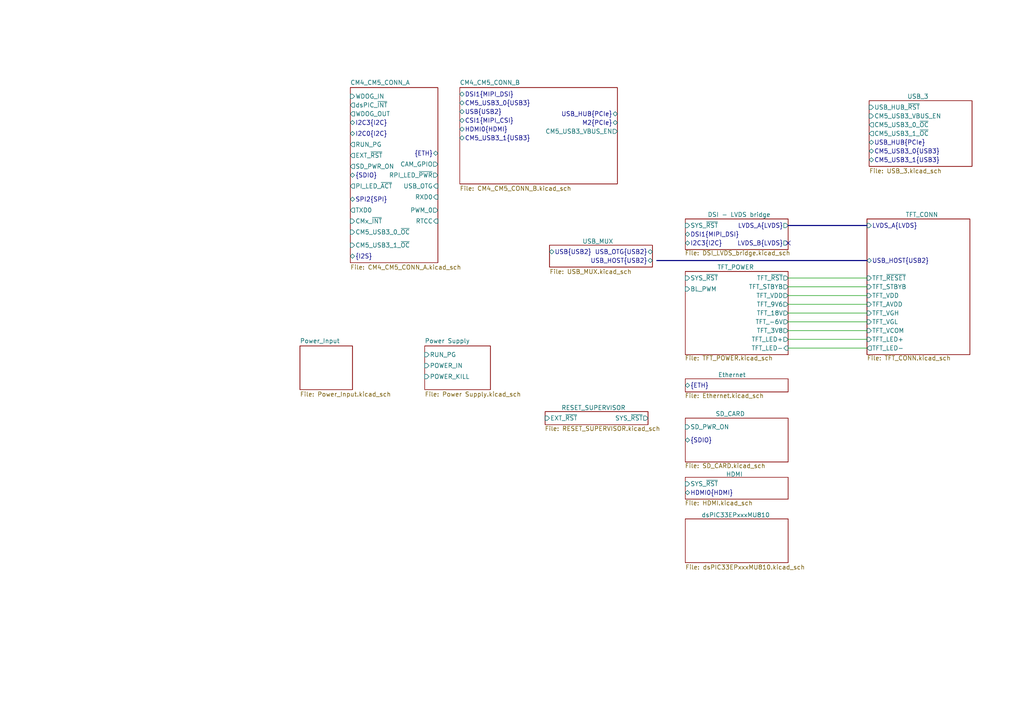
<source format=kicad_sch>
(kicad_sch
	(version 20250114)
	(generator "eeschema")
	(generator_version "9.0")
	(uuid "7dcdf741-90ca-4333-848c-806f4d64158e")
	(paper "A4")
	(title_block
		(title "RPI CMx Carrier")
		(date "2025-12-07")
		(rev "2.00-0A")
		(comment 1 "Jean-Francois Bilodeau")
		(comment 2 "P.Eng #6022173")
		(comment 3 "203-1690 Rue des quatre-saisons")
		(comment 4 "Sherbrooke, Canada, J1E0N2")
		(comment 5 "KiCad Rev 9.0")
		(comment 6 "TBD")
		(comment 7 "TBD")
		(comment 8 "WIP")
	)
	(lib_symbols)
	(no_connect
		(at 228.6 70.485)
		(uuid "310f97d6-1225-4405-b8de-1174b78248b9")
	)
	(wire
		(pts
			(xy 228.6 83.185) (xy 251.46 83.185)
		)
		(stroke
			(width 0)
			(type default)
		)
		(uuid "1619125d-c261-45ca-94aa-a19a548a8fe7")
	)
	(bus
		(pts
			(xy 190.5 75.565) (xy 251.46 75.565)
		)
		(stroke
			(width 0)
			(type default)
		)
		(uuid "204fa21b-0320-424a-a1ab-ae469f152c96")
	)
	(wire
		(pts
			(xy 228.6 90.805) (xy 251.46 90.805)
		)
		(stroke
			(width 0)
			(type default)
		)
		(uuid "4ec49eb0-1a99-46e9-8810-dbc8efada09b")
	)
	(wire
		(pts
			(xy 228.6 88.265) (xy 251.46 88.265)
		)
		(stroke
			(width 0)
			(type default)
		)
		(uuid "6318e37a-02cb-4282-a4de-e0935dcf7410")
	)
	(bus
		(pts
			(xy 228.6 65.405) (xy 251.46 65.405)
		)
		(stroke
			(width 0)
			(type default)
		)
		(uuid "711ae7a5-55a2-43d9-8719-43fcb43a38bd")
	)
	(wire
		(pts
			(xy 228.6 100.965) (xy 251.46 100.965)
		)
		(stroke
			(width 0)
			(type default)
		)
		(uuid "76f49ef7-cba9-4b8e-9d8b-89550771d4ce")
	)
	(wire
		(pts
			(xy 228.6 98.425) (xy 251.46 98.425)
		)
		(stroke
			(width 0)
			(type default)
		)
		(uuid "915d51ad-3755-4c35-b219-d8c5bdc2d5bd")
	)
	(wire
		(pts
			(xy 228.6 93.345) (xy 251.46 93.345)
		)
		(stroke
			(width 0)
			(type default)
		)
		(uuid "a76bcbe2-88c9-4ac5-870e-ce6652936dad")
	)
	(wire
		(pts
			(xy 228.6 80.645) (xy 251.46 80.645)
		)
		(stroke
			(width 0)
			(type default)
		)
		(uuid "c12c81c2-1679-4031-bcac-9f5d42c68603")
	)
	(wire
		(pts
			(xy 228.6 95.885) (xy 251.46 95.885)
		)
		(stroke
			(width 0)
			(type default)
		)
		(uuid "d2dc8e59-34ad-41b2-a135-34d721841757")
	)
	(wire
		(pts
			(xy 228.6 85.725) (xy 251.46 85.725)
		)
		(stroke
			(width 0)
			(type default)
		)
		(uuid "eb2ed755-2279-421e-8faf-836c955c2494")
	)
	(sheet
		(at 252.095 29.21)
		(size 29.845 19.05)
		(exclude_from_sim no)
		(in_bom yes)
		(on_board yes)
		(dnp no)
		(stroke
			(width 0.1524)
			(type solid)
		)
		(fill
			(color 0 0 0 0.0000)
		)
		(uuid "0773b686-9329-480f-afb9-decb2d389d02")
		(property "Sheetname" "USB_3"
			(at 263.144 28.702 0)
			(effects
				(font
					(size 1.27 1.27)
				)
				(justify left bottom)
			)
		)
		(property "Sheetfile" "USB_3.kicad_sch"
			(at 252.095 48.8446 0)
			(effects
				(font
					(size 1.27 1.27)
				)
				(justify left top)
			)
		)
		(pin "USB_HUB_~{RST}" input
			(at 252.095 31.115 180)
			(uuid "389811c3-9b6a-4e1c-b677-3561f95d167c")
			(effects
				(font
					(size 1.27 1.27)
				)
				(justify left)
			)
		)
		(pin "CM5_USB3_0{USB3}" bidirectional
			(at 252.095 43.815 180)
			(uuid "2526f788-dcd1-46e3-8c77-ada1158106a1")
			(effects
				(font
					(size 1.27 1.27)
				)
				(justify left)
			)
		)
		(pin "CM5_USB3_1_~{OC}" output
			(at 252.095 38.735 180)
			(uuid "4121e120-80ba-4b9f-95be-117cba89e71c")
			(effects
				(font
					(size 1.27 1.27)
				)
				(justify left)
			)
		)
		(pin "CM5_USB3_0_~{OC}" output
			(at 252.095 36.195 180)
			(uuid "abea7cc2-8130-4a7f-8cc7-05f3d981f6a5")
			(effects
				(font
					(size 1.27 1.27)
				)
				(justify left)
			)
		)
		(pin "CM5_USB3_VBUS_EN" input
			(at 252.095 33.655 180)
			(uuid "cb77207c-79b2-42d6-9b6b-c93c5b68c275")
			(effects
				(font
					(size 1.27 1.27)
				)
				(justify left)
			)
		)
		(pin "CM5_USB3_1{USB3}" bidirectional
			(at 252.095 46.355 180)
			(uuid "8c54bb5e-7946-4b28-ab16-f51d9fb6f526")
			(effects
				(font
					(size 1.27 1.27)
				)
				(justify left)
			)
		)
		(pin "USB_HUB{PCIe}" bidirectional
			(at 252.095 41.275 180)
			(uuid "a89a65b5-3463-48b8-a67a-c564e90f2aa5")
			(effects
				(font
					(size 1.27 1.27)
				)
				(justify left)
			)
		)
		(instances
			(project "rpi_cm4_cm5_CarrierBoard"
				(path "/7dcdf741-90ca-4333-848c-806f4d64158e"
					(page "4")
				)
			)
		)
	)
	(sheet
		(at 251.46 63.5)
		(size 29.845 39.37)
		(exclude_from_sim no)
		(in_bom yes)
		(on_board yes)
		(dnp no)
		(stroke
			(width 0.1524)
			(type solid)
		)
		(fill
			(color 0 0 0 0.0000)
		)
		(uuid "13abfb0a-e124-4fcc-bb4d-eb8f0bf663f5")
		(property "Sheetname" "TFT_CONN"
			(at 262.636 62.992 0)
			(effects
				(font
					(size 1.27 1.27)
				)
				(justify left bottom)
			)
		)
		(property "Sheetfile" "TFT_CONN.kicad_sch"
			(at 251.46 103.124 0)
			(effects
				(font
					(size 1.27 1.27)
				)
				(justify left top)
			)
		)
		(pin "TFT_VGH" input
			(at 251.46 90.805 180)
			(uuid "b997e8e5-ca1e-463e-80a9-ffbd70a8412e")
			(effects
				(font
					(size 1.27 1.27)
				)
				(justify left)
			)
		)
		(pin "TFT_AVDD" input
			(at 251.46 88.265 180)
			(uuid "602453be-eda6-402f-bfbf-37650506e94c")
			(effects
				(font
					(size 1.27 1.27)
				)
				(justify left)
			)
		)
		(pin "LVDS_A{LVDS}" input
			(at 251.46 65.405 180)
			(uuid "3c3c4b2c-50d8-4b38-b78b-e727ddcbb343")
			(effects
				(font
					(size 1.27 1.27)
				)
				(justify left)
			)
		)
		(pin "USB_HOST{USB2}" bidirectional
			(at 251.46 75.565 180)
			(uuid "12b71a9c-2082-47ce-b7c9-0b385cf19ad5")
			(effects
				(font
					(size 1.27 1.27)
				)
				(justify left)
			)
		)
		(pin "TFT_VGL" input
			(at 251.46 93.345 180)
			(uuid "37f7b4dd-c5a9-49ed-bc9f-d1ed56074d10")
			(effects
				(font
					(size 1.27 1.27)
				)
				(justify left)
			)
		)
		(pin "TFT_VCOM" input
			(at 251.46 95.885 180)
			(uuid "3a45fb0b-fee3-43e5-828a-7341d25458f6")
			(effects
				(font
					(size 1.27 1.27)
				)
				(justify left)
			)
		)
		(pin "TFT_VDD" input
			(at 251.46 85.725 180)
			(uuid "c41780f3-4231-4dab-8f5a-5e61b4979ace")
			(effects
				(font
					(size 1.27 1.27)
				)
				(justify left)
			)
		)
		(pin "TFT_~{RESET}" input
			(at 251.46 80.645 180)
			(uuid "f2d20e9f-173b-470c-9429-a66795a2883d")
			(effects
				(font
					(size 1.27 1.27)
				)
				(justify left)
			)
		)
		(pin "TFT_STBYB" input
			(at 251.46 83.185 180)
			(uuid "94872180-5525-4951-870c-d3281b26c419")
			(effects
				(font
					(size 1.27 1.27)
				)
				(justify left)
			)
		)
		(pin "TFT_LED-" output
			(at 251.46 100.965 180)
			(uuid "c9a48fb3-9c36-4411-ad1b-bee1be223aa3")
			(effects
				(font
					(size 1.27 1.27)
				)
				(justify left)
			)
		)
		(pin "TFT_LED+" input
			(at 251.46 98.425 180)
			(uuid "932702ad-2f0e-45c1-8823-e0b0304d6b44")
			(effects
				(font
					(size 1.27 1.27)
				)
				(justify left)
			)
		)
		(instances
			(project "rpi_cm4_cm5_CarrierBoard"
				(path "/7dcdf741-90ca-4333-848c-806f4d64158e"
					(page "13")
				)
			)
		)
	)
	(sheet
		(at 133.35 25.4)
		(size 45.72 27.94)
		(exclude_from_sim no)
		(in_bom yes)
		(on_board yes)
		(dnp no)
		(fields_autoplaced yes)
		(stroke
			(width 0.1524)
			(type solid)
		)
		(fill
			(color 0 0 0 0.0000)
		)
		(uuid "315811e7-ba6e-4f84-a73b-3e30fef30e7f")
		(property "Sheetname" "CM4_CM5_CONN_B"
			(at 133.35 24.6884 0)
			(effects
				(font
					(size 1.27 1.27)
				)
				(justify left bottom)
			)
		)
		(property "Sheetfile" "CM4_CM5_CONN_B.kicad_sch"
			(at 133.35 53.9246 0)
			(effects
				(font
					(size 1.27 1.27)
				)
				(justify left top)
			)
		)
		(pin "DSI1{MIPI_DSI}" bidirectional
			(at 133.35 27.305 180)
			(uuid "8776afec-4653-49d0-8596-698b6352259f")
			(effects
				(font
					(size 1.27 1.27)
				)
				(justify left)
			)
		)
		(pin "CM5_USB3_0{USB3}" bidirectional
			(at 133.35 29.845 180)
			(uuid "9b4d33e2-eea6-4e25-8893-a4d62477d581")
			(effects
				(font
					(size 1.27 1.27)
				)
				(justify left)
			)
		)
		(pin "USB{USB2}" bidirectional
			(at 133.35 32.385 180)
			(uuid "bf4a3399-84fa-4e12-80df-ff724d16879d")
			(effects
				(font
					(size 1.27 1.27)
				)
				(justify left)
			)
		)
		(pin "CSI1{MIPI_CSI}" bidirectional
			(at 133.35 34.925 180)
			(uuid "7d9b608f-f92e-47af-a60b-c1eacfe17f70")
			(effects
				(font
					(size 1.27 1.27)
				)
				(justify left)
			)
		)
		(pin "HDMI0{HDMI}" bidirectional
			(at 133.35 37.465 180)
			(uuid "3837ae88-8497-4fb5-b7ac-fb98acc6a669")
			(effects
				(font
					(size 1.27 1.27)
				)
				(justify left)
			)
		)
		(pin "CM5_USB3_1{USB3}" bidirectional
			(at 133.35 40.005 180)
			(uuid "ddfab08b-6fab-49d9-8ff8-55af5eb8d3ee")
			(effects
				(font
					(size 1.27 1.27)
				)
				(justify left)
			)
		)
		(pin "USB_HUB{PCIe}" bidirectional
			(at 179.07 33.02 0)
			(uuid "964bcaee-51f5-4eaf-a188-a41460d2c561")
			(effects
				(font
					(size 1.27 1.27)
				)
				(justify right)
			)
		)
		(pin "CM5_USB3_VBUS_EN" output
			(at 179.07 38.1 0)
			(uuid "76076583-24fe-4560-9e48-6b577f1f6bf5")
			(effects
				(font
					(size 1.27 1.27)
				)
				(justify right)
			)
		)
		(pin "M2{PCIe}" bidirectional
			(at 179.07 35.56 0)
			(uuid "d0252fff-abbe-427b-b462-d4115bbc1ac4")
			(effects
				(font
					(size 1.27 1.27)
				)
				(justify right)
			)
		)
		(instances
			(project "rpi_cm4_cm5_CarrierBoard"
				(path "/7dcdf741-90ca-4333-848c-806f4d64158e"
					(page "10")
				)
			)
		)
	)
	(sheet
		(at 198.755 78.74)
		(size 29.845 24.13)
		(exclude_from_sim no)
		(in_bom yes)
		(on_board yes)
		(dnp no)
		(stroke
			(width 0.1524)
			(type solid)
		)
		(fill
			(color 0 0 0 0.0000)
		)
		(uuid "55ef0c67-4187-4b81-be30-622ed6c47c9b")
		(property "Sheetname" "TFT_POWER"
			(at 208.026 78.232 0)
			(effects
				(font
					(size 1.27 1.27)
				)
				(justify left bottom)
			)
		)
		(property "Sheetfile" "TFT_POWER.kicad_sch"
			(at 198.628 103.124 0)
			(effects
				(font
					(size 1.27 1.27)
				)
				(justify left top)
			)
		)
		(pin "BL_PWM" input
			(at 198.755 83.82 180)
			(uuid "bb1b7174-3719-4f7b-a995-1f580de01b6b")
			(effects
				(font
					(size 1.27 1.27)
				)
				(justify left)
			)
		)
		(pin "TFT_3V8" output
			(at 228.6 95.885 0)
			(uuid "9867e1da-cc58-4374-acae-da132a943762")
			(effects
				(font
					(size 1.27 1.27)
				)
				(justify right)
			)
		)
		(pin "TFT_LED-" input
			(at 228.6 100.965 0)
			(uuid "62879392-a1b4-409c-a9b4-1de2dc3f0d57")
			(effects
				(font
					(size 1.27 1.27)
				)
				(justify right)
			)
		)
		(pin "TFT_LED+" output
			(at 228.6 98.425 0)
			(uuid "1491f2f7-3ad1-4b7d-b3cd-1a5646421437")
			(effects
				(font
					(size 1.27 1.27)
				)
				(justify right)
			)
		)
		(pin "TFT_~{RST}" output
			(at 228.6 80.645 0)
			(uuid "83e7230e-ef7c-41e3-9000-2cd97e0211aa")
			(effects
				(font
					(size 1.27 1.27)
				)
				(justify right)
			)
		)
		(pin "TFT_9V6" output
			(at 228.6 88.265 0)
			(uuid "782002ac-c14c-4b8d-bbee-92cec414b01d")
			(effects
				(font
					(size 1.27 1.27)
				)
				(justify right)
			)
		)
		(pin "TFT_STBYB" output
			(at 228.6 83.185 0)
			(uuid "a882be87-9513-4019-97f3-c74709b09796")
			(effects
				(font
					(size 1.27 1.27)
				)
				(justify right)
			)
		)
		(pin "SYS_~{RST}" input
			(at 198.755 80.645 180)
			(uuid "9ead08cd-a93b-443a-9476-09ceb4cd9e29")
			(effects
				(font
					(size 1.27 1.27)
				)
				(justify left)
			)
		)
		(pin "TFT_-6V" output
			(at 228.6 93.345 0)
			(uuid "0b3b0289-7ef8-4064-bad4-6ad19ef11ec3")
			(effects
				(font
					(size 1.27 1.27)
				)
				(justify right)
			)
		)
		(pin "TFT_18V" output
			(at 228.6 90.805 0)
			(uuid "8115b1b2-f416-4032-ad6c-acf885bc61c4")
			(effects
				(font
					(size 1.27 1.27)
				)
				(justify right)
			)
		)
		(pin "TFT_VDD" output
			(at 228.6 85.725 0)
			(uuid "68627146-b654-4e93-acdd-29e06b7adb6f")
			(effects
				(font
					(size 1.27 1.27)
				)
				(justify right)
			)
		)
		(instances
			(project "rpi_cm4_cm5_CarrierBoard"
				(path "/7dcdf741-90ca-4333-848c-806f4d64158e"
					(page "14")
				)
			)
		)
	)
	(sheet
		(at 159.385 71.12)
		(size 29.845 6.35)
		(exclude_from_sim no)
		(in_bom yes)
		(on_board yes)
		(dnp no)
		(stroke
			(width 0.1524)
			(type solid)
		)
		(fill
			(color 0 0 0 0.0000)
		)
		(uuid "68c27264-913b-431e-a411-550b93528c71")
		(property "Sheetname" "USB_MUX"
			(at 168.91 70.739 0)
			(effects
				(font
					(size 1.27 1.27)
				)
				(justify left bottom)
			)
		)
		(property "Sheetfile" "USB_MUX.kicad_sch"
			(at 159.385 78.0546 0)
			(effects
				(font
					(size 1.27 1.27)
				)
				(justify left top)
			)
		)
		(pin "USB{USB2}" bidirectional
			(at 159.385 73.025 180)
			(uuid "c8de042d-1db0-4e66-a90c-88b25ecb69dd")
			(effects
				(font
					(size 1.27 1.27)
				)
				(justify left)
			)
		)
		(pin "USB_OTG{USB2}" bidirectional
			(at 189.23 73.025 0)
			(uuid "4e585cd1-712a-40a2-a988-a901163287c4")
			(effects
				(font
					(size 1.27 1.27)
				)
				(justify right)
			)
		)
		(pin "USB_HOST{USB2}" bidirectional
			(at 189.23 75.565 0)
			(uuid "f6c85912-5982-458b-801f-d04e65a74080")
			(effects
				(font
					(size 1.27 1.27)
				)
				(justify right)
			)
		)
		(instances
			(project "rpi_cm4_cm5_CarrierBoard"
				(path "/7dcdf741-90ca-4333-848c-806f4d64158e"
					(page "12")
				)
			)
		)
	)
	(sheet
		(at 86.995 100.33)
		(size 15.24 12.7)
		(exclude_from_sim no)
		(in_bom yes)
		(on_board yes)
		(dnp no)
		(fields_autoplaced yes)
		(stroke
			(width 0.1524)
			(type solid)
		)
		(fill
			(color 0 0 0 0.0000)
		)
		(uuid "81b87d3e-2b5e-4732-a375-f337eeb3ec3b")
		(property "Sheetname" "Power_Input"
			(at 86.995 99.6184 0)
			(effects
				(font
					(size 1.27 1.27)
				)
				(justify left bottom)
			)
		)
		(property "Sheetfile" "Power_Input.kicad_sch"
			(at 86.995 113.6146 0)
			(effects
				(font
					(size 1.27 1.27)
				)
				(justify left top)
			)
		)
		(instances
			(project "rpi_cm4_cm5_CarrierBoard"
				(path "/7dcdf741-90ca-4333-848c-806f4d64158e"
					(page "11")
				)
			)
		)
	)
	(sheet
		(at 198.755 63.5)
		(size 29.845 8.89)
		(exclude_from_sim no)
		(in_bom yes)
		(on_board yes)
		(dnp no)
		(stroke
			(width 0.1524)
			(type solid)
		)
		(fill
			(color 0 0 0 0.0000)
		)
		(uuid "8beee822-4832-4b71-87eb-d8b908112c5e")
		(property "Sheetname" "DSI - LVDS bridge"
			(at 205.232 62.992 0)
			(effects
				(font
					(size 1.27 1.27)
				)
				(justify left bottom)
			)
		)
		(property "Sheetfile" "DSI_LVDS_bridge.kicad_sch"
			(at 198.628 72.644 0)
			(effects
				(font
					(size 1.27 1.27)
				)
				(justify left top)
			)
		)
		(pin "SYS_~{RST}" input
			(at 198.755 65.405 180)
			(uuid "3fec9613-195e-4836-b84b-c4f2597644a5")
			(effects
				(font
					(size 1.27 1.27)
				)
				(justify left)
			)
		)
		(pin "DSI1{MIPI_DSI}" bidirectional
			(at 198.755 67.945 180)
			(uuid "21fd94aa-1f6a-4f33-b7de-5a1635e283f0")
			(effects
				(font
					(size 1.27 1.27)
				)
				(justify left)
			)
		)
		(pin "I2C3{I2C}" bidirectional
			(at 198.755 70.485 180)
			(uuid "6a082023-9330-48b1-b07b-1d45b8c4e7ad")
			(effects
				(font
					(size 1.27 1.27)
				)
				(justify left)
			)
		)
		(pin "LVDS_A{LVDS}" output
			(at 228.6 65.405 0)
			(uuid "a832b23f-347d-4d0b-89c7-6dd1cc5c3d72")
			(effects
				(font
					(size 1.27 1.27)
				)
				(justify right)
			)
		)
		(pin "LVDS_B{LVDS}" output
			(at 228.6 70.485 0)
			(uuid "96dea3bf-3b60-40bb-aab6-32684aad2435")
			(effects
				(font
					(size 1.27 1.27)
				)
				(justify right)
			)
		)
		(instances
			(project "rpi_cm4_cm5_CarrierBoard"
				(path "/7dcdf741-90ca-4333-848c-806f4d64158e"
					(page "6")
				)
			)
		)
	)
	(sheet
		(at 198.755 150.495)
		(size 29.845 12.7)
		(exclude_from_sim no)
		(in_bom yes)
		(on_board yes)
		(dnp no)
		(stroke
			(width 0.1524)
			(type solid)
		)
		(fill
			(color 0 0 0 0.0000)
		)
		(uuid "8ead3a64-86ab-4941-a189-3d26454bcba9")
		(property "Sheetname" "dsPIC33EPxxxMU810"
			(at 203.454 150.114 0)
			(effects
				(font
					(size 1.27 1.27)
				)
				(justify left bottom)
			)
		)
		(property "Sheetfile" "dsPIC33EPxxxMU810.kicad_sch"
			(at 198.755 163.7796 0)
			(effects
				(font
					(size 1.27 1.27)
				)
				(justify left top)
			)
		)
		(instances
			(project "rpi_cm4_cm5_CarrierBoard"
				(path "/7dcdf741-90ca-4333-848c-806f4d64158e"
					(page "15")
				)
			)
		)
	)
	(sheet
		(at 158.115 119.38)
		(size 29.845 3.81)
		(exclude_from_sim no)
		(in_bom yes)
		(on_board yes)
		(dnp no)
		(stroke
			(width 0.1524)
			(type solid)
		)
		(fill
			(color 0 0 0 0.0000)
		)
		(uuid "9c05f41d-8810-41e2-a7f9-3345c9f4f612")
		(property "Sheetname" "RESET_SUPERVISOR"
			(at 162.814 118.999 0)
			(effects
				(font
					(size 1.27 1.27)
				)
				(justify left bottom)
			)
		)
		(property "Sheetfile" "RESET_SUPERVISOR.kicad_sch"
			(at 157.988 123.571 0)
			(effects
				(font
					(size 1.27 1.27)
				)
				(justify left top)
			)
		)
		(pin "EXT_~{RST}" input
			(at 158.115 121.285 180)
			(uuid "2d6f0cf6-9142-4c70-b40a-bdc01a195786")
			(effects
				(font
					(size 1.27 1.27)
				)
				(justify left)
			)
		)
		(pin "SYS_~{RST}" output
			(at 187.96 121.285 0)
			(uuid "c1c48314-dfe1-4474-9c86-aef6e07c6d23")
			(effects
				(font
					(size 1.27 1.27)
				)
				(justify right)
			)
		)
		(instances
			(project "rpi_cm4_cm5_CarrierBoard"
				(path "/7dcdf741-90ca-4333-848c-806f4d64158e"
					(page "2")
				)
			)
		)
	)
	(sheet
		(at 198.755 121.285)
		(size 29.845 12.7)
		(exclude_from_sim no)
		(in_bom yes)
		(on_board yes)
		(dnp no)
		(stroke
			(width 0.1524)
			(type solid)
		)
		(fill
			(color 0 0 0 0.0000)
		)
		(uuid "adbb075d-f33a-4d25-a8c5-71eb41bbcd81")
		(property "Sheetname" "SD_CARD"
			(at 207.518 120.777 0)
			(effects
				(font
					(size 1.27 1.27)
				)
				(justify left bottom)
			)
		)
		(property "Sheetfile" "SD_CARD.kicad_sch"
			(at 198.628 134.366 0)
			(effects
				(font
					(size 1.27 1.27)
				)
				(justify left top)
			)
		)
		(pin "SD_PWR_ON" input
			(at 198.755 123.825 180)
			(uuid "a3be3aa7-3f92-4822-960e-c29aaf594d6f")
			(effects
				(font
					(size 1.27 1.27)
				)
				(justify left)
			)
		)
		(pin "{SDIO}" bidirectional
			(at 198.755 127.635 180)
			(uuid "a02b5f8b-454e-42a3-bbbc-c10633d78c18")
			(effects
				(font
					(size 1.27 1.27)
				)
				(justify left)
			)
		)
		(instances
			(project "rpi_cm4_cm5_CarrierBoard"
				(path "/7dcdf741-90ca-4333-848c-806f4d64158e"
					(page "3")
				)
			)
		)
	)
	(sheet
		(at 101.6 25.4)
		(size 25.4 50.8)
		(exclude_from_sim no)
		(in_bom yes)
		(on_board yes)
		(dnp no)
		(fields_autoplaced yes)
		(stroke
			(width 0.1524)
			(type solid)
		)
		(fill
			(color 0 0 0 0.0000)
		)
		(uuid "b189385c-a3f2-4a0b-9ce6-a99cf7ff1f89")
		(property "Sheetname" "CM4_CM5_CONN_A"
			(at 101.6 24.6884 0)
			(effects
				(font
					(size 1.27 1.27)
				)
				(justify left bottom)
			)
		)
		(property "Sheetfile" "CM4_CM5_CONN_A.kicad_sch"
			(at 101.6 76.7846 0)
			(effects
				(font
					(size 1.27 1.27)
				)
				(justify left top)
			)
		)
		(pin "WDOG_IN" input
			(at 101.6 27.94 180)
			(uuid "d3e92f11-d582-4725-8089-f55f0fa2eeec")
			(effects
				(font
					(size 1.27 1.27)
				)
				(justify left)
			)
		)
		(pin "dsPIC_~{INT}" output
			(at 101.6 30.48 180)
			(uuid "a1ba3484-cbfa-409c-9533-ce0c84efc571")
			(effects
				(font
					(size 1.27 1.27)
				)
				(justify left)
			)
		)
		(pin "WDOG_OUT" output
			(at 101.6 33.02 180)
			(uuid "3bc40d38-254c-481a-94ce-68349a2b6b8d")
			(effects
				(font
					(size 1.27 1.27)
				)
				(justify left)
			)
		)
		(pin "I2C3{I2C}" bidirectional
			(at 101.6 35.56 180)
			(uuid "ddabfd9b-eca3-4a9e-b76e-4714b3bec22e")
			(effects
				(font
					(size 1.27 1.27)
				)
				(justify left)
			)
		)
		(pin "I2C0{I2C}" bidirectional
			(at 101.6 38.735 180)
			(uuid "6b8cd9b1-b645-4260-936c-94f8c31ef761")
			(effects
				(font
					(size 1.27 1.27)
				)
				(justify left)
			)
		)
		(pin "RUN_PG" output
			(at 101.6 41.91 180)
			(uuid "f36363d3-20fd-465a-8f24-277773faa67f")
			(effects
				(font
					(size 1.27 1.27)
				)
				(justify left)
			)
		)
		(pin "EXT_~{RST}" output
			(at 101.6 45.085 180)
			(uuid "1a2c1df8-eabb-4b2d-b9b1-b4edda41752b")
			(effects
				(font
					(size 1.27 1.27)
				)
				(justify left)
			)
		)
		(pin "SD_PWR_ON" output
			(at 101.6 48.26 180)
			(uuid "d56b6d8e-6429-4db2-8f35-629e37a93e19")
			(effects
				(font
					(size 1.27 1.27)
				)
				(justify left)
			)
		)
		(pin "{SDIO}" bidirectional
			(at 101.6 50.8 180)
			(uuid "cea54362-9ab9-49d1-84b8-030a16015023")
			(effects
				(font
					(size 1.27 1.27)
				)
				(justify left)
			)
		)
		(pin "PI_LED_~{ACT}" output
			(at 101.6 53.975 180)
			(uuid "1db12d98-9876-4614-9814-69f9b4520820")
			(effects
				(font
					(size 1.27 1.27)
				)
				(justify left)
			)
		)
		(pin "SPI2{SPI}" bidirectional
			(at 101.6 57.785 180)
			(uuid "4338c1e6-bf37-4b02-94b2-975ba144632c")
			(effects
				(font
					(size 1.27 1.27)
				)
				(justify left)
			)
		)
		(pin "TXD0" output
			(at 101.6 60.96 180)
			(uuid "738a61c4-601b-4cac-9609-86c139303201")
			(effects
				(font
					(size 1.27 1.27)
				)
				(justify left)
			)
		)
		(pin "CMx_~{INT}" input
			(at 101.6 64.135 180)
			(uuid "a66934a7-6022-4958-afcc-84e1e609426b")
			(effects
				(font
					(size 1.27 1.27)
				)
				(justify left)
			)
		)
		(pin "CM5_USB3_0_~{OC}" input
			(at 101.6 67.31 180)
			(uuid "aea79885-45b7-4383-97e1-390126d81907")
			(effects
				(font
					(size 1.27 1.27)
				)
				(justify left)
			)
		)
		(pin "CM5_USB3_1_~{OC}" input
			(at 101.6 71.12 180)
			(uuid "3c1b439f-df36-4370-9ef3-4f3d240dd8e8")
			(effects
				(font
					(size 1.27 1.27)
				)
				(justify left)
			)
		)
		(pin "{I2S}" bidirectional
			(at 101.6 74.295 180)
			(uuid "aefb05d8-24b5-4af4-bddc-82388189c35b")
			(effects
				(font
					(size 1.27 1.27)
				)
				(justify left)
			)
		)
		(pin "RTCC" input
			(at 127 64.135 0)
			(uuid "9da2aef5-2a6a-432d-a5af-3ecf90633f5d")
			(effects
				(font
					(size 1.27 1.27)
				)
				(justify right)
			)
		)
		(pin "PWM_0" output
			(at 127 60.96 0)
			(uuid "69311b33-32f1-4f4e-a7f1-62d48be3cf89")
			(effects
				(font
					(size 1.27 1.27)
				)
				(justify right)
			)
		)
		(pin "RXD0" input
			(at 127 57.15 0)
			(uuid "95d382a7-9507-42ad-9e31-c16168b130c8")
			(effects
				(font
					(size 1.27 1.27)
				)
				(justify right)
			)
		)
		(pin "USB_OTG" input
			(at 127 53.975 0)
			(uuid "94ae9978-0afb-4f32-8758-010296eb3205")
			(effects
				(font
					(size 1.27 1.27)
				)
				(justify right)
			)
		)
		(pin "RPI_LED_~{PWR}" output
			(at 127 50.8 0)
			(uuid "3a2ceb49-938f-4378-a411-3284f48aff9d")
			(effects
				(font
					(size 1.27 1.27)
				)
				(justify right)
			)
		)
		(pin "CAM_GPIO" output
			(at 127 47.625 0)
			(uuid "de816143-8800-4d9a-8e2f-3d249703d9a4")
			(effects
				(font
					(size 1.27 1.27)
				)
				(justify right)
			)
		)
		(pin "{ETH}" bidirectional
			(at 127 44.45 0)
			(uuid "728a7554-416d-4f15-8a15-72c72d74ebcf")
			(effects
				(font
					(size 1.27 1.27)
				)
				(justify right)
			)
		)
		(instances
			(project "rpi_cm4_cm5_CarrierBoard"
				(path "/7dcdf741-90ca-4333-848c-806f4d64158e"
					(page "9")
				)
			)
		)
	)
	(sheet
		(at 198.755 138.43)
		(size 29.845 6.35)
		(exclude_from_sim no)
		(in_bom yes)
		(on_board yes)
		(dnp no)
		(stroke
			(width 0.1524)
			(type solid)
		)
		(fill
			(color 0 0 0 0.0000)
		)
		(uuid "da79d379-819b-4a23-bde6-cf0346f2b26a")
		(property "Sheetname" "HDMI"
			(at 210.566 138.303 0)
			(effects
				(font
					(size 1.27 1.27)
				)
				(justify left bottom)
			)
		)
		(property "Sheetfile" "HDMI.kicad_sch"
			(at 198.628 145.161 0)
			(effects
				(font
					(size 1.27 1.27)
				)
				(justify left top)
			)
		)
		(pin "SYS_~{RST}" input
			(at 198.755 140.335 180)
			(uuid "881f6eef-51ae-464a-9d89-11d7ca6719f6")
			(effects
				(font
					(size 1.27 1.27)
				)
				(justify left)
			)
		)
		(pin "HDMI0{HDMI}" bidirectional
			(at 198.755 142.875 180)
			(uuid "2cb33ca8-cf64-42b5-b4bf-9df4bdd1106b")
			(effects
				(font
					(size 1.27 1.27)
				)
				(justify left)
			)
		)
		(instances
			(project "rpi_cm4_cm5_CarrierBoard"
				(path "/7dcdf741-90ca-4333-848c-806f4d64158e"
					(page "7")
				)
			)
		)
	)
	(sheet
		(at 198.755 109.855)
		(size 29.845 3.81)
		(exclude_from_sim no)
		(in_bom yes)
		(on_board yes)
		(dnp no)
		(stroke
			(width 0.1524)
			(type solid)
		)
		(fill
			(color 0 0 0 0.0000)
		)
		(uuid "e21b738a-3a2f-4bb9-bc25-a1fb9158a2ab")
		(property "Sheetname" "Ethernet"
			(at 208.28 109.474 0)
			(effects
				(font
					(size 1.27 1.27)
				)
				(justify left bottom)
			)
		)
		(property "Sheetfile" "Ethernet.kicad_sch"
			(at 198.628 114.046 0)
			(effects
				(font
					(size 1.27 1.27)
				)
				(justify left top)
			)
		)
		(pin "{ETH}" bidirectional
			(at 198.755 111.76 180)
			(uuid "6baa6ab7-f657-4080-a952-184fd2bb599a")
			(effects
				(font
					(size 1.27 1.27)
				)
				(justify left)
			)
		)
		(instances
			(project "rpi_cm4_cm5_CarrierBoard"
				(path "/7dcdf741-90ca-4333-848c-806f4d64158e"
					(page "8")
				)
			)
		)
	)
	(sheet
		(at 123.19 100.33)
		(size 19.05 12.7)
		(exclude_from_sim no)
		(in_bom yes)
		(on_board yes)
		(dnp no)
		(fields_autoplaced yes)
		(stroke
			(width 0.1524)
			(type solid)
		)
		(fill
			(color 0 0 0 0.0000)
		)
		(uuid "e2b15d84-0407-4e36-9277-ffea8d1dbee5")
		(property "Sheetname" "Power Supply"
			(at 123.19 99.6184 0)
			(effects
				(font
					(size 1.27 1.27)
				)
				(justify left bottom)
			)
		)
		(property "Sheetfile" "Power Supply.kicad_sch"
			(at 123.19 113.6146 0)
			(effects
				(font
					(size 1.27 1.27)
				)
				(justify left top)
			)
		)
		(pin "RUN_PG" input
			(at 123.19 102.87 180)
			(uuid "64987511-7d17-435c-8b7e-a2108fcd5110")
			(effects
				(font
					(size 1.27 1.27)
				)
				(justify left)
			)
		)
		(pin "POWER_KILL" input
			(at 123.19 109.22 180)
			(uuid "dac1157c-bea2-4a7a-9ef9-b421d8e94f86")
			(effects
				(font
					(size 1.27 1.27)
				)
				(justify left)
			)
		)
		(pin "POWER_IN" input
			(at 123.19 106.045 180)
			(uuid "f0d24f37-1a84-43de-902d-c73f80aab923")
			(effects
				(font
					(size 1.27 1.27)
				)
				(justify left)
			)
		)
		(instances
			(project "rpi_cm4_cm5_CarrierBoard"
				(path "/7dcdf741-90ca-4333-848c-806f4d64158e"
					(page "5")
				)
			)
		)
	)
	(sheet_instances
		(path "/"
			(page "1")
		)
	)
	(embedded_fonts no)
	(embedded_files
		(file
			(name "Intellitrol_2025_A3.kicad_wks")
			(type worksheet)
			(data |KLUv/WCDEAUbACZkbiDwGD3QMfKBrbOx2DcoGlv3TNh99mV3EvRvWVgcnOtFBWQAXgBnABReV2sI
				DWpR9uf6n2W1i+p9zrMI/+NthP/jsTnKvtaTq4jzHfcMVMLYn++sya/1DBTK9pT9/uRfAIxI71+E
				msWxbOccb2R1xl+zX/cYEFLKa8bZF9sve6kACAi+kInTVc6GCgGd8K+NnDMq+1/nGtWx/5FAdLZU
				oCbtuG1blFcB8Bd3ZNPZHx5Z0uo/+W9P40VnR4o6Ze7a/uoj75j9Zsy917GjFeKwt7V7b7/9891d
				Es61rf7rIhHmYoxw9uzu+pwx3ltMBqOMYCAYzkE4VyiFU1qdxWAcdHdwd68GVn8VZdzp7KNakRZH
				RVFJ2Uu/++dCoTYnFMgFonFYLrafLbml/3rOJEaEWowU0o5Sctarb7vz8NaGbM4YNXi1FlcOjKLB
				cWQuF4iKEAGBgR7avz7O2IMjWZdwHo0UUWJ9TTU3NAxBD9e8m7tZSUACtXXn12M/b1B4YRLKAosQ
				k1LDsneZ0u659XPIKEUgpDzIGKnUrguj2uHKMu3KDgjMxCGRUBgf6etTDYtwzgtmEsXEEYE8AoC2
				oPFQpJgZkZEkSTIccESk5Mi0AYxZQcbXbhmCBlS6SEXWAO+lphyKEyNFrMXyEDEYPwHuGFKxNgeK
				m+1Ad3Z55wGvua2nQMnZCuY7b6Ik7aBJHElBlDZCA1yCKnXozQGN4gTBFE4jULs1PwVZg9WeH8wj
				TDSSqx3jUNTtIPpYs5EEq2BWwAAhwhx0FuwDog5eqCYJHu4UFVH2mpUpEwMwM0A4tFX1LgyBlqkz
				uK5yDnACSDHY5QAzEMIMfBVC5lEYagZTDgDVNXSmLK3B7EACr4eCMnbvVlegUyNppvEOK4WommHL
				Dy8weAwnXggDg+mkNkPKcZNs/YIepwcguE7tI173PruEfM83QETOfzAF2Fr9qdizM/FH2fayEccT
				a4+A19qsjnoIwhANNfmhoKjNRC57yk0kdUeLGn0DgID+LPVBW6FXDuCD3T3AfbAMgaQRFmndmW/9
				QG1am5s+IcAMqhPSQVsf+8AeOMyf7hngEzvG1oP21YPAF7PU6fjlmi07SGpbVi4rItg5XrG306tN
				zdfgYZ0E+PcRH3E/OWlAOga9Cg==|
			)
			(checksum "A59890F014518DF3258CF8C2855AC5F5")
		)
		(file
			(name "Intellitrol_2025_A4.kicad_wks")
			(type worksheet)
			(data |KLUv/WCZEBUbACZkbiDwGD3QMfKBrbOx2DcoGlv3TNh99mV3EvRvWVgcnOtFBWQAXgBnABReV2sI
				DWpR9uf6n2W1i+p9zrMI/+NthP/jsTnKvtaTq4jzHfcMVMLYn++sya/1DBTK9pT9/uRfAIxI71+E
				msWxbOccb2R1xl+zX/cYEFLKa8bZF9sve6kACAi+kInTVc6GCgGd8K+NnDMq+1/nGtWx/5FAdLZU
				oCbtuG1blFcB8Bd3ZNPZHx5Z0uo/+W9P40VnR4o6Ze7a/uoj75j9Zsy917GjFeKwt7V7b7/9891d
				Es61rf7rIhHmYoxw9uzu+pwx3ltMBqOMYCAYzkE4VyiFU1qdxWAcdHdwd68GVn8VZdzp7KNakRZH
				RVFJ2Uu/++dCoTYnFMgFonFYLrafLbml/3rOJEaEWowU0o5Sctarb7vz8NaGbM4YNXi1FlcOjKLB
				cWQuF4iKEAGBgR7avz7OGfbgSNYlnEcjRZRYX1PNDQ27EPRwzbu5m5UEJFBbd3499vMGhRcmoSyw
				CDEpsUP2LlPaPbd+GJmklCIQ8iBjpAjsotic85BlBwRm4pBIKIyP9PWphkU45wUziWLiiEAeAYC4
				oOFQpZgZkZEkSTIccESkxMi2AYxZQeJ8egBowEg/MSlW3q1K3wBOjARiGqpC6EAOCnDHhkppthlP
				O+jv7HnMEz5zs48DSLYVmNFBENFJhqrjSAystDkaDBNEqctvjpQUNwnTQo7AwFGdzUb7PJvoTFeS
				1n3YoQEBykkEUIh0QBAV2xAwSol1h6QGA0POWHKVJg3ILBUgU/beZbrJBpgbnshvXvAqXTqkjKYZ
				4egmwqUO7gQhRWCXA2YghBn4KgRP43HULMbcAqo7dKYsrcHuQILXQ0EZ23erLdCpQ5ppvcNaQtRN
				o4mHFQA8BhEPlCFDC5IbJuq4SbZyoSKnBEBQHe0jWPtqOwv0nzXAR/h/MAXomvoTsWFHAu+iLWcz
				LiJmH4FX2KzmewjCKB0xeVGoaM1ETnvKJfJ1QIta/QFAQH+W+qCt0Fsn8MFvn+U6LEIgOcLKLXTm
				ux/om9bg0CcKcGbVxDTgLYt1YA8bzp+uDHASMHbrQefVg8AXs9Tp+OWaLTtIbV1SLiMiyDkesZdS
				rE3N1+9hnQT49xEfcT85aUA6Br0K|
			)
			(checksum "68DF2994812F00A35785ED6450499936")
		)
		(file
			(name "Intellitrol_2025_A5.kicad_wks")
			(type worksheet)
			(data |KLUv/WCZEDUbAIZkbyEQlxsmHCQ5WoAaQszgAGrNb1JZVVp7JPYHvzYiAHoRoAFkAF8AaACyRstq
				LdOiJmd/3j6sqvbQdr/zHML/mAPxezo2y9nXdvIW2jzHP0OdUbbnPUvyaz9DjbP9ZMMv+RcAoOg9
				lFGrNpX1fPOBVWf8W/brHUM257SopH2xDbOPCoCAIASRNt7WWVAhKEIj/DdGztmU/a93beLYD0Wf
				SnsmTLS25DhOTqsA+Is5syvtEIPVrPpL/txXaVXasppKubu2f3PQW2a/GXf/tWxZgTr8ce3f22/3
				fHtXhPPWVf/1UAh3UspIm7Z3ndKQh+N7e8GinJDL49L5B2dKrZHOyrNXlINuDu7u1KDq30IZczo7
				uFFmpUFJUE7W0u/usdSoUcnkYXlkGpWLbWhHXum/nrNoIaMmZY215Zyd/ba37X2YawNGqZRatFqT
				qcYlwdg0MBbLIwGBoR7af3ucMdzBEKxHOINgQs6rL2nLDO2ysnqw6NVcTWoCECauPb8dGzqjRuuK
				TBQyXnNqNbuXJ+2du3kW2OHSrFqzbB6wKevMrKtq1swmbYpl2SG7SBqRyGQRin77ql0yUmpFLJKQ
				NAKAuaABSabUjMhIkiQZDnBEpMTItgGMWUHifnpI0IBKPyEpFt6tStxQTowEYtpUgdDBDgpgj6kZ
				lQRAmfC0w/7ONs95wWdu4nEAybaCGTMPZp0EizqOhIGdEBaN0GaYTJS40HdXSW1JmEJyBAaOajab
				7H0zoCZXMsZMAAeU0wigEmolyMWzAnwjWhj4ks1ddyBW9XnjB8+W0mBT9NaVWdMNEDfYXAV/9e4O
				LrFpinDgMbmpWf0khA60gQYMkIYZwCoETKMwajZjrgKuO2ymLK7B7ECC2kNBG9t3qy3kqUPKab3Z
				WkLUzdGEhxUePMYQD5whwwvSGybxuJRsdaHSpwQgqA7to1/7PjsL+c82wEfjfzAF6Fr9iVizO4F3
				0dayGccTs4/Ai21WRz0EYZSemHpRqWTNQk57yiX6NYCeGvqDgoDuLP1Bs5K3jvDBbp/lOKwgkDTC
				yi105rsf6FvX4NMnBjiXapI0gC2LdaAHCudaVy44CRO79aDz6kHgi1nqdPxyzZZdSG1BUgYjIshJ
				HrGXUqtNzdfzYZ0E+O9DPuJ+ctGAdAx6FQ==|
			)
			(checksum "73EEF5D45A1479040F25D65988DEF6D1")
		)
	)
)

</source>
